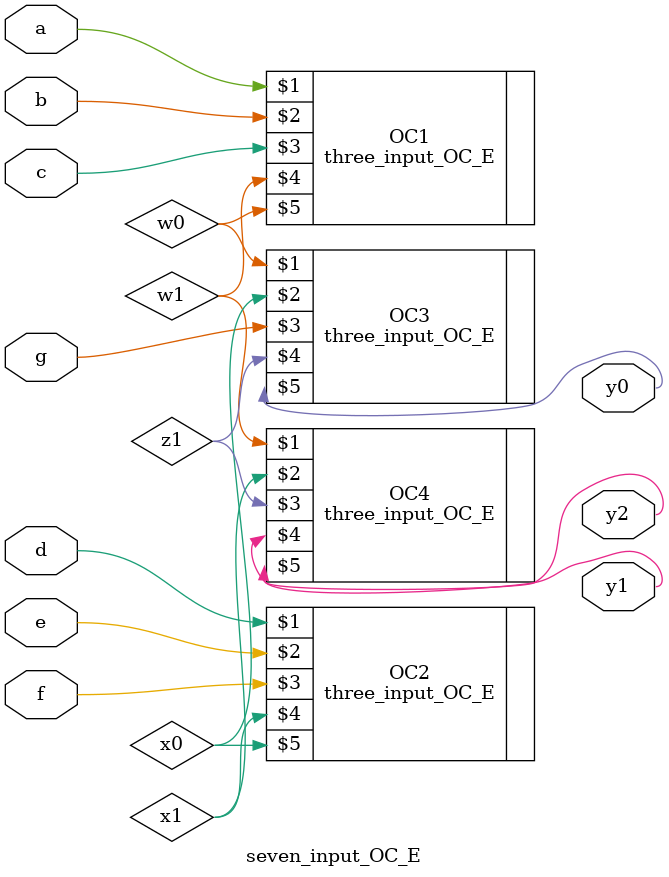
<source format=sv>
`timescale 1ns/1ns
module seven_input_OC_E(input a,b,c,d,e,f,g, output y2,y1,y0);
    
    // count first 6 inputs' ones
    wire w1, w0, x1, x0;
    three_input_OC_E OC1(a,b,c,w1,w0), OC2(d,e,f,x1,x0);
   
    // recount ones in lsb of results and seventh input
    wire z1;
    three_input_OC_E OC3(w0,x0,g,z1,y0);
    
    // recount ones in second bit of results
    three_input_OC_E OC4(w1,x1,z1,y2,y1);


endmodule
</source>
